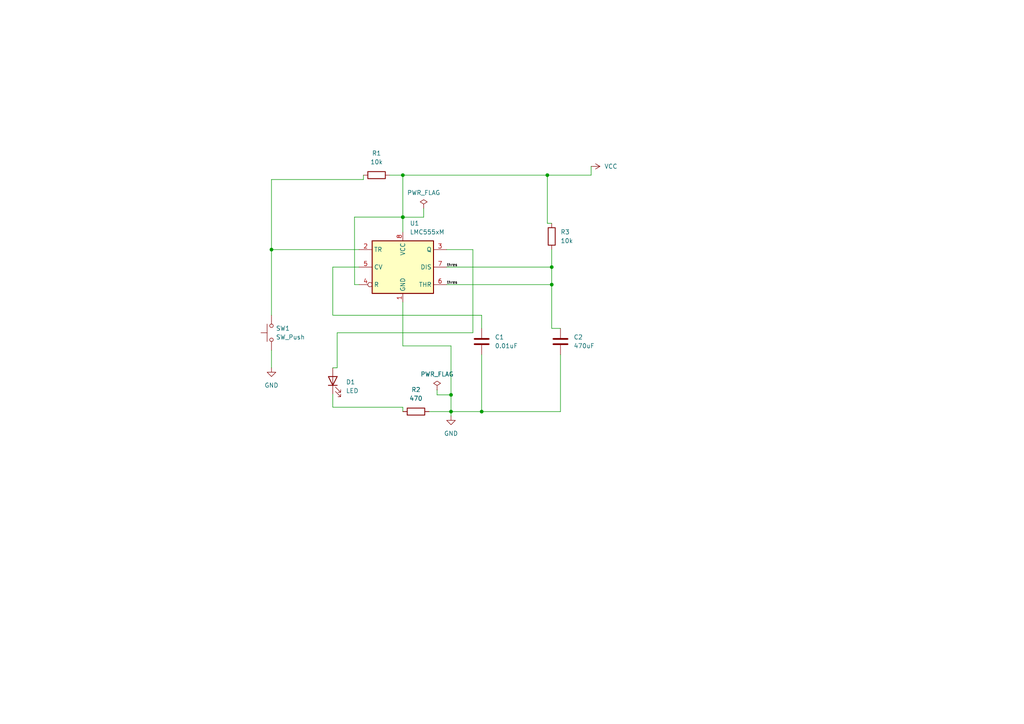
<source format=kicad_sch>
(kicad_sch (version 20211123) (generator eeschema)
  (paper "A4")
  (lib_symbols
    (symbol "Device:C" (pin_numbers hide) (pin_names (offset 0.254))
      (property "Reference" "C" (at 0.635 2.54 0))
      (property "Value" "C" (at 0.635 -2.54 0))
      (symbol "C_0_1"
        (polyline (pts (xy -2.032 -0.762) (xy 2.032 -0.762)) (stroke (width 0.508)))
        (polyline (pts (xy -2.032 0.762) (xy 2.032 0.762)) (stroke (width 0.508)))
      )
      (symbol "C_1_1"
        (pin passive line (at 0 3.81 270) (length 2.794) (name "~") (number "1"))
        (pin passive line (at 0 -3.81 90) (length 2.794) (name "~") (number "2"))
      )
    )
    (symbol "Device:LED" (pin_numbers hide) (pin_names (offset 1.016) hide)
      (property "Reference" "D" (at 0 2.54 0))
      (property "Value" "LED" (at 0 -2.54 0))
      (symbol "LED_0_1"
        (polyline (pts (xy -1.27 -1.27) (xy -1.27 1.27)) (stroke (width 0.254)))
        (polyline (pts (xy -1.27 0) (xy 1.27 0)))
        (polyline (pts (xy 1.27 -1.27) (xy 1.27 1.27) (xy -1.27 0) (xy 1.27 -1.27)) (stroke (width 0.254)))
        (polyline (pts (xy -3.048 -0.762) (xy -4.572 -2.286) (xy -3.81 -2.286) (xy -4.572 -2.286) (xy -4.572 -1.524)))
        (polyline (pts (xy -1.778 -0.762) (xy -3.302 -2.286) (xy -2.54 -2.286) (xy -3.302 -2.286) (xy -3.302 -1.524)))
      )
      (symbol "LED_1_1"
        (pin passive line (at -3.81 0 0) (length 2.54) (name "K") (number "1"))
        (pin passive line (at 3.81 0 180) (length 2.54) (name "A") (number "2"))
      )
    )
    (symbol "Device:R" (pin_numbers hide) (pin_names (offset 0))
      (property "Reference" "R" (at 2.032 0 90))
      (property "Value" "R" (at 0 0 90))
      (symbol "R_0_1"
        (rectangle (start -1.016 -2.54) (end 1.016 2.54) (stroke (width 0.254)))
      )
      (symbol "R_1_1"
        (pin passive line (at 0 3.81 270) (length 1.27) (name "~") (number "1"))
        (pin passive line (at 0 -3.81 90) (length 1.27) (name "~") (number "2"))
      )
    )
    (symbol "Switch:SW_Push" (pin_numbers hide) (pin_names (offset 1.016) hide)
      (property "Reference" "SW" (at 1.27 2.54 0))
      (property "Value" "SW_Push" (at 0 -1.524 0))
      (symbol "SW_Push_0_1"
        (circle (center -2.032 0) (radius 0.508))
        (polyline (pts (xy 0 1.27) (xy 0 3.048)))
        (polyline (pts (xy 2.54 1.27) (xy -2.54 1.27)))
        (circle (center 2.032 0) (radius 0.508))
        (pin passive line (at -5.08 0 0) (length 2.54) (name "1") (number "1"))
        (pin passive line (at 5.08 0 180) (length 2.54) (name "2") (number "2"))
      )
    )
    (symbol "Timer:LMC555xM"
      (property "Reference" "U" (at -10.16 8.89 0))
      (property "Value" "LMC555xM" (at 2.54 8.89 0))
      (symbol "LMC555xM_0_0"
        (pin power_in line (at 0 -10.16 90) (length 2.54) (name "GND") (number "1"))
        (pin power_in line (at 0 10.16 270) (length 2.54) (name "VCC") (number "8"))
      )
      (symbol "LMC555xM_0_1"
        (rectangle (start -8.89 -7.62) (end 8.89 7.62) (stroke (width 0.254)) (fill (type background)))
        (rectangle (start -8.89 -7.62) (end 8.89 7.62) (stroke (width 0.254)) (fill (type background)))
      )
      (symbol "LMC555xM_1_1"
        (pin input line (at -12.7 5.08 0) (length 3.81) (name "TR") (number "2"))
        (pin output line (at 12.7 5.08 180) (length 3.81) (name "Q") (number "3"))
        (pin input inverted (at -12.7 -5.08 0) (length 3.81) (name "R") (number "4"))
        (pin input line (at -12.7 0 0) (length 3.81) (name "CV") (number "5"))
        (pin input line (at 12.7 -5.08 180) (length 3.81) (name "THR") (number "6"))
        (pin input line (at 12.7 0 180) (length 3.81) (name "DIS") (number "7"))
      )
    )
    (symbol "power:GND" (power) (pin_names (offset 0))
      (property "Value" "GND" (at 0 -3.81 0))
      (symbol "GND_0_1"
        (polyline (pts (xy 0 0) (xy 0 -1.27) (xy 1.27 -1.27) (xy 0 -2.54) (xy -1.27 -1.27) (xy 0 -1.27)))
      )
      (symbol "GND_1_1"
        (pin power_in line (at 0 0 270) (length 0) hide (name "GND") (number "1"))
      )
    )
    (symbol "power:PWR_FLAG" (power) (pin_numbers hide) (pin_names (offset 0) hide)
      (property "Value" "PWR_FLAG" (at 0 3.81 0))
      (symbol "PWR_FLAG_0_0"
        (pin power_out line (at 0 0 90) (length 0) (name "pwr") (number "1"))
      )
      (symbol "PWR_FLAG_0_1"
        (polyline (pts (xy 0 0) (xy 0 1.27) (xy -1.016 1.905) (xy 0 2.54) (xy 1.016 1.905) (xy 0 1.27)))
      )
    )
    (symbol "power:VCC" (power) (pin_names (offset 0))
      (property "Value" "VCC" (at 0 3.81 0))
      (symbol "VCC_0_1"
        (polyline (pts (xy -0.762 1.27) (xy 0 2.54)))
        (polyline (pts (xy 0 0) (xy 0 2.54)))
        (polyline (pts (xy 0 2.54) (xy 0.762 1.27)))
      )
      (symbol "VCC_1_1"
        (pin power_in line (at 0 0 90) (length 0) hide (name "VCC") (number "1"))
      )
    )
  )
  (junction (at 130.81 119.38))
  (junction (at 160.02 77.47))
  (junction (at 78.74 72.39))
  (junction (at 116.84 62.9666))
  (junction (at 160.02 82.55))
  (junction (at 130.81 114.5286))
  (junction (at 158.75 50.8))
  (junction (at 116.84 50.8))
  (junction (at 116.84 62.992))
  (junction (at 139.7 119.38))
  (wire (pts (xy 96.52 77.47) (xy 96.52 91.44)))
  (wire (pts (xy 139.7 119.38) (xy 162.56 119.38)))
  (wire (pts (xy 126.7714 113.0808) (xy 126.7714 114.5286)))
  (wire (pts (xy 160.02 82.55) (xy 160.02 95.25)))
  (wire (pts (xy 122.8852 60.452) (xy 122.8852 62.992)))
  (wire (pts (xy 130.81 114.5286) (xy 130.81 119.38)))
  (wire (pts (xy 116.84 100.33) (xy 130.81 100.33)))
  (wire (pts (xy 104.14 77.47) (xy 96.52 77.47)))
  (wire (pts (xy 78.74 72.39) (xy 104.14 72.39)))
  (wire (pts (xy 162.56 102.87) (xy 162.56 119.38)))
  (wire (pts (xy 160.02 95.25) (xy 162.56 95.25)))
  (wire (pts (xy 129.54 72.39) (xy 137.16 72.39)))
  (wire (pts (xy 137.16 96.52) (xy 97.79 96.52)))
  (wire (pts (xy 102.8446 82.55) (xy 102.8192 62.9666)))
  (wire (pts (xy 116.84 50.8) (xy 158.75 50.8)))
  (wire (pts (xy 126.7714 114.5286) (xy 130.81 114.5286)))
  (wire (pts (xy 78.74 101.6) (xy 78.74 106.68)))
  (wire (pts (xy 105.41 52.07) (xy 105.41 50.8)))
  (wire (pts (xy 97.79 96.52) (xy 97.79 106.68)))
  (wire (pts (xy 158.75 50.8) (xy 158.75 64.77)))
  (wire (pts (xy 113.03 50.8) (xy 116.84 50.8)))
  (wire (pts (xy 130.81 119.38) (xy 130.81 120.65)))
  (wire (pts (xy 96.52 114.3) (xy 96.52 118.11)))
  (wire (pts (xy 102.8192 62.9666) (xy 116.84 62.9666)))
  (wire (pts (xy 96.52 91.44) (xy 139.7 91.44)))
  (wire (pts (xy 97.79 106.68) (xy 96.52 106.68)))
  (wire (pts (xy 129.54 82.55) (xy 160.02 82.55)))
  (wire (pts (xy 130.81 100.33) (xy 130.81 114.5286)))
  (wire (pts (xy 139.7 91.44) (xy 139.7 95.25)))
  (wire (pts (xy 116.84 62.992) (xy 116.84 67.31)))
  (wire (pts (xy 171.45 50.8) (xy 171.45 48.26)))
  (wire (pts (xy 116.84 50.8) (xy 116.84 62.9666)))
  (wire (pts (xy 122.8852 62.992) (xy 116.84 62.992)))
  (wire (pts (xy 78.74 72.39) (xy 78.74 52.07)))
  (wire (pts (xy 158.75 64.77) (xy 160.02 64.77)))
  (wire (pts (xy 116.84 87.63) (xy 116.84 100.33)))
  (wire (pts (xy 160.02 77.47) (xy 160.02 82.55)))
  (wire (pts (xy 158.75 50.8) (xy 171.45 50.8)))
  (wire (pts (xy 116.84 62.9666) (xy 116.84 62.992)))
  (wire (pts (xy 78.74 91.44) (xy 78.74 72.39)))
  (wire (pts (xy 124.46 119.38) (xy 130.81 119.38)))
  (wire (pts (xy 78.74 52.07) (xy 105.41 52.07)))
  (wire (pts (xy 96.52 118.11) (xy 116.84 118.11)))
  (wire (pts (xy 160.02 72.39) (xy 160.02 77.47)))
  (wire (pts (xy 129.54 77.47) (xy 160.02 77.47)))
  (wire (pts (xy 137.16 72.39) (xy 137.16 96.52)))
  (wire (pts (xy 116.84 118.11) (xy 116.84 119.38)))
  (wire (pts (xy 130.81 119.38) (xy 139.7 119.38)))
  (wire (pts (xy 104.14 82.55) (xy 102.8446 82.55)))
  (wire (pts (xy 139.7 102.87) (xy 139.7 119.38)))
  (label "thres" (at 129.54 77.47 0) (effects (font (size 0.8 0.8))))
  (label "thres" (at 129.54 82.55 0) (effects (font (size 0.8 0.8))))
  (symbol (lib_id "Switch:SW_Push") (at 78.74 96.52 90) (unit 1)
    (property "Reference" "SW1" (at 80.01 95.2499 90) (effects (justify right)))
    (property "Value" "SW_Push" (at 80.01 97.7899 90) (effects (justify right)))
    (property "Footprint" "Button_Switch_SMD:SW_SPST_FSMSM" (effects hide))
  )
  (symbol (lib_id "power:VCC") (at 171.45 48.26 270) (unit 1)
    (property "Reference" "#PWR03" (effects hide))
    (property "Value" "VCC" (at 175.26 48.2599 90) (effects (justify left)))
  )
  (symbol (lib_id "power:PWR_FLAG") (at 122.8852 60.452 0) (unit 1)
    (property "Reference" "#FLG0101" (effects hide))
    (property "Value" "PWR_FLAG" (at 122.8852 55.9054 0))
  )
  (symbol (lib_id "Device:LED") (at 96.52 110.49 90) (unit 1)
    (property "Reference" "D1" (at 100.33 110.8074 90) (effects (justify right)))
    (property "Value" "LED" (at 100.33 113.3474 90) (effects (justify right)))
    (property "Footprint" "LED_SMD:LED_0201_0603Metric" (effects hide))
  )
  (symbol (lib_id "Device:C") (at 139.7 99.06 0) (unit 1)
    (property "Reference" "C1" (at 143.51 97.7899 0) (effects (justify left)))
    (property "Value" "0.01uF" (at 143.51 100.3299 0) (effects (justify left)))
    (property "Footprint" "Capacitor_SMD:C_0201_0603Metric" (effects hide))
  )
  (symbol (lib_id "Timer:LMC555xM") (at 116.84 77.47 0) (unit 1)
    (property "Reference" "U1" (at 118.8594 64.77 0) (effects (justify left)))
    (property "Value" "LMC555xM" (at 118.8594 67.31 0) (effects (justify left)))
    (property "Footprint" "Package_SO:SOIC-8_3.9x4.9mm_P1.27mm" (effects hide))
    (property "Datasheet" "http://www.ti.com/lit/ds/symlink/lmc555.pdf" (effects hide))
  )
  (symbol (lib_id "Device:R") (at 160.02 68.58 0) (unit 1)
    (property "Reference" "R3" (at 162.56 67.3099 0) (effects (justify left)))
    (property "Value" "10k" (at 162.56 69.8499 0) (effects (justify left)))
    (property "Footprint" "Resistor_SMD:R_0201_0603Metric" (effects hide))
  )
  (symbol (lib_id "power:PWR_FLAG") (at 126.7714 113.0808 0) (unit 1)
    (property "Reference" "#FLG0102" (effects hide))
    (property "Value" "PWR_FLAG" (at 126.7714 108.5342 0))
  )
  (symbol (lib_id "power:GND") (at 78.74 106.68 0) (unit 1)
    (property "Reference" "#PWR01" (effects hide))
    (property "Value" "GND" (at 78.74 111.76 0))
  )
  (symbol (lib_id "power:GND") (at 130.81 120.65 0) (unit 1)
    (property "Reference" "#PWR02" (effects hide))
    (property "Value" "GND" (at 130.81 125.73 0))
  )
  (symbol (lib_id "Device:R") (at 109.22 50.8 90) (unit 1)
    (property "Reference" "R1" (at 109.22 44.45 90))
    (property "Value" "10k" (at 109.22 46.99 90))
    (property "Footprint" "Resistor_SMD:R_0201_0603Metric" (effects hide))
  )
  (symbol (lib_id "Device:C") (at 162.56 99.06 0) (unit 1)
    (property "Reference" "C2" (at 166.37 97.7899 0) (effects (justify left)))
    (property "Value" "470uF" (at 166.37 100.3299 0) (effects (justify left)))
    (property "Footprint" "Capacitor_SMD:C_0201_0603Metric" (effects hide))
  )
  (symbol (lib_id "Device:R") (at 120.65 119.38 90) (unit 1)
    (property "Reference" "R2" (at 120.65 113.03 90))
    (property "Value" "470" (at 120.65 115.57 90))
    (property "Footprint" "Resistor_SMD:R_0201_0603Metric" (effects hide))
  )
)
</source>
